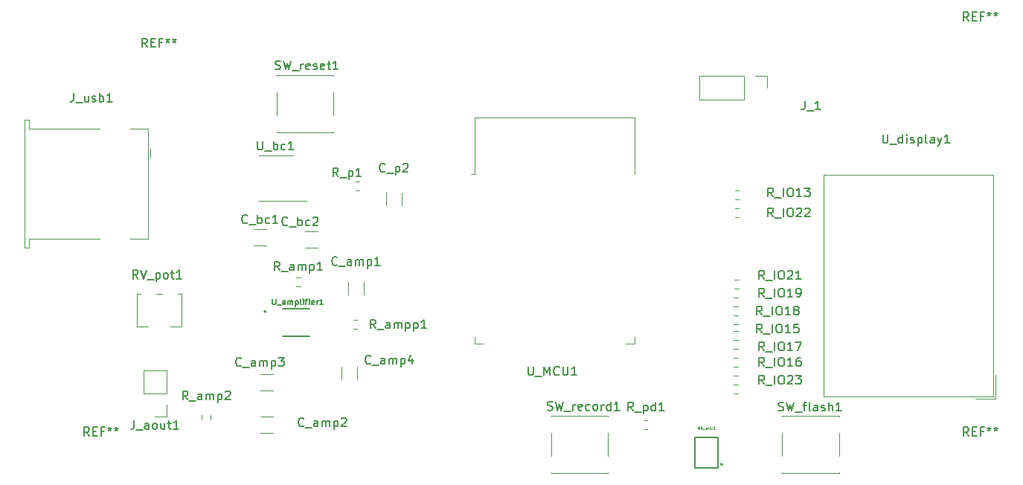
<source format=gbr>
%TF.GenerationSoftware,KiCad,Pcbnew,(6.0.0-rc1-19-g83300c0b61)*%
%TF.CreationDate,2021-11-25T18:24:14-08:00*%
%TF.ProjectId,autotunemic,6175746f-7475-46e6-956d-69632e6b6963,rev?*%
%TF.SameCoordinates,Original*%
%TF.FileFunction,Legend,Top*%
%TF.FilePolarity,Positive*%
%FSLAX46Y46*%
G04 Gerber Fmt 4.6, Leading zero omitted, Abs format (unit mm)*
G04 Created by KiCad (PCBNEW (6.0.0-rc1-19-g83300c0b61)) date 2021-11-25 18:24:14*
%MOMM*%
%LPD*%
G01*
G04 APERTURE LIST*
%ADD10C,0.150000*%
%ADD11C,0.080211*%
%ADD12C,0.120000*%
%ADD13C,0.127000*%
%ADD14C,0.200000*%
G04 APERTURE END LIST*
D10*
%TO.C,SW_record1*%
X153892761Y-146890761D02*
X154035619Y-146938380D01*
X154273714Y-146938380D01*
X154368952Y-146890761D01*
X154416571Y-146843142D01*
X154464190Y-146747904D01*
X154464190Y-146652666D01*
X154416571Y-146557428D01*
X154368952Y-146509809D01*
X154273714Y-146462190D01*
X154083238Y-146414571D01*
X153988000Y-146366952D01*
X153940380Y-146319333D01*
X153892761Y-146224095D01*
X153892761Y-146128857D01*
X153940380Y-146033619D01*
X153988000Y-145986000D01*
X154083238Y-145938380D01*
X154321333Y-145938380D01*
X154464190Y-145986000D01*
X154797523Y-145938380D02*
X155035619Y-146938380D01*
X155226095Y-146224095D01*
X155416571Y-146938380D01*
X155654666Y-145938380D01*
X155797523Y-147033619D02*
X156559428Y-147033619D01*
X156797523Y-146938380D02*
X156797523Y-146271714D01*
X156797523Y-146462190D02*
X156845142Y-146366952D01*
X156892761Y-146319333D01*
X156988000Y-146271714D01*
X157083238Y-146271714D01*
X157797523Y-146890761D02*
X157702285Y-146938380D01*
X157511809Y-146938380D01*
X157416571Y-146890761D01*
X157368952Y-146795523D01*
X157368952Y-146414571D01*
X157416571Y-146319333D01*
X157511809Y-146271714D01*
X157702285Y-146271714D01*
X157797523Y-146319333D01*
X157845142Y-146414571D01*
X157845142Y-146509809D01*
X157368952Y-146605047D01*
X158702285Y-146890761D02*
X158607047Y-146938380D01*
X158416571Y-146938380D01*
X158321333Y-146890761D01*
X158273714Y-146843142D01*
X158226095Y-146747904D01*
X158226095Y-146462190D01*
X158273714Y-146366952D01*
X158321333Y-146319333D01*
X158416571Y-146271714D01*
X158607047Y-146271714D01*
X158702285Y-146319333D01*
X159273714Y-146938380D02*
X159178476Y-146890761D01*
X159130857Y-146843142D01*
X159083238Y-146747904D01*
X159083238Y-146462190D01*
X159130857Y-146366952D01*
X159178476Y-146319333D01*
X159273714Y-146271714D01*
X159416571Y-146271714D01*
X159511809Y-146319333D01*
X159559428Y-146366952D01*
X159607047Y-146462190D01*
X159607047Y-146747904D01*
X159559428Y-146843142D01*
X159511809Y-146890761D01*
X159416571Y-146938380D01*
X159273714Y-146938380D01*
X160035619Y-146938380D02*
X160035619Y-146271714D01*
X160035619Y-146462190D02*
X160083238Y-146366952D01*
X160130857Y-146319333D01*
X160226095Y-146271714D01*
X160321333Y-146271714D01*
X161083238Y-146938380D02*
X161083238Y-145938380D01*
X161083238Y-146890761D02*
X160988000Y-146938380D01*
X160797523Y-146938380D01*
X160702285Y-146890761D01*
X160654666Y-146843142D01*
X160607047Y-146747904D01*
X160607047Y-146462190D01*
X160654666Y-146366952D01*
X160702285Y-146319333D01*
X160797523Y-146271714D01*
X160988000Y-146271714D01*
X161083238Y-146319333D01*
X162083238Y-146938380D02*
X161511809Y-146938380D01*
X161797523Y-146938380D02*
X161797523Y-145938380D01*
X161702285Y-146081238D01*
X161607047Y-146176476D01*
X161511809Y-146224095D01*
%TO.C,R_IO21*%
X178554285Y-132024380D02*
X178220952Y-131548190D01*
X177982857Y-132024380D02*
X177982857Y-131024380D01*
X178363809Y-131024380D01*
X178459047Y-131072000D01*
X178506666Y-131119619D01*
X178554285Y-131214857D01*
X178554285Y-131357714D01*
X178506666Y-131452952D01*
X178459047Y-131500571D01*
X178363809Y-131548190D01*
X177982857Y-131548190D01*
X178744761Y-132119619D02*
X179506666Y-132119619D01*
X179744761Y-132024380D02*
X179744761Y-131024380D01*
X180411428Y-131024380D02*
X180601904Y-131024380D01*
X180697142Y-131072000D01*
X180792380Y-131167238D01*
X180840000Y-131357714D01*
X180840000Y-131691047D01*
X180792380Y-131881523D01*
X180697142Y-131976761D01*
X180601904Y-132024380D01*
X180411428Y-132024380D01*
X180316190Y-131976761D01*
X180220952Y-131881523D01*
X180173333Y-131691047D01*
X180173333Y-131357714D01*
X180220952Y-131167238D01*
X180316190Y-131072000D01*
X180411428Y-131024380D01*
X181220952Y-131119619D02*
X181268571Y-131072000D01*
X181363809Y-131024380D01*
X181601904Y-131024380D01*
X181697142Y-131072000D01*
X181744761Y-131119619D01*
X181792380Y-131214857D01*
X181792380Y-131310095D01*
X181744761Y-131452952D01*
X181173333Y-132024380D01*
X181792380Y-132024380D01*
X182744761Y-132024380D02*
X182173333Y-132024380D01*
X182459047Y-132024380D02*
X182459047Y-131024380D01*
X182363809Y-131167238D01*
X182268571Y-131262476D01*
X182173333Y-131310095D01*
%TO.C,R_p1*%
X130064000Y-120340380D02*
X129730666Y-119864190D01*
X129492571Y-120340380D02*
X129492571Y-119340380D01*
X129873523Y-119340380D01*
X129968761Y-119388000D01*
X130016380Y-119435619D01*
X130064000Y-119530857D01*
X130064000Y-119673714D01*
X130016380Y-119768952D01*
X129968761Y-119816571D01*
X129873523Y-119864190D01*
X129492571Y-119864190D01*
X130254476Y-120435619D02*
X131016380Y-120435619D01*
X131254476Y-119673714D02*
X131254476Y-120673714D01*
X131254476Y-119721333D02*
X131349714Y-119673714D01*
X131540190Y-119673714D01*
X131635428Y-119721333D01*
X131683047Y-119768952D01*
X131730666Y-119864190D01*
X131730666Y-120149904D01*
X131683047Y-120245142D01*
X131635428Y-120292761D01*
X131540190Y-120340380D01*
X131349714Y-120340380D01*
X131254476Y-120292761D01*
X132683047Y-120340380D02*
X132111619Y-120340380D01*
X132397333Y-120340380D02*
X132397333Y-119340380D01*
X132302095Y-119483238D01*
X132206857Y-119578476D01*
X132111619Y-119626095D01*
%TO.C,REF\u002A\u002A*%
X108339666Y-105608380D02*
X108006333Y-105132190D01*
X107768238Y-105608380D02*
X107768238Y-104608380D01*
X108149190Y-104608380D01*
X108244428Y-104656000D01*
X108292047Y-104703619D01*
X108339666Y-104798857D01*
X108339666Y-104941714D01*
X108292047Y-105036952D01*
X108244428Y-105084571D01*
X108149190Y-105132190D01*
X107768238Y-105132190D01*
X108768238Y-105084571D02*
X109101571Y-105084571D01*
X109244428Y-105608380D02*
X108768238Y-105608380D01*
X108768238Y-104608380D01*
X109244428Y-104608380D01*
X110006333Y-105084571D02*
X109673000Y-105084571D01*
X109673000Y-105608380D02*
X109673000Y-104608380D01*
X110149190Y-104608380D01*
X110673000Y-104608380D02*
X110673000Y-104846476D01*
X110434904Y-104751238D02*
X110673000Y-104846476D01*
X110911095Y-104751238D01*
X110530142Y-105036952D02*
X110673000Y-104846476D01*
X110815857Y-105036952D01*
X111434904Y-104608380D02*
X111434904Y-104846476D01*
X111196809Y-104751238D02*
X111434904Y-104846476D01*
X111673000Y-104751238D01*
X111292047Y-105036952D02*
X111434904Y-104846476D01*
X111577761Y-105036952D01*
%TO.C,C_amp1*%
X129960952Y-130356142D02*
X129913333Y-130403761D01*
X129770476Y-130451380D01*
X129675238Y-130451380D01*
X129532380Y-130403761D01*
X129437142Y-130308523D01*
X129389523Y-130213285D01*
X129341904Y-130022809D01*
X129341904Y-129879952D01*
X129389523Y-129689476D01*
X129437142Y-129594238D01*
X129532380Y-129499000D01*
X129675238Y-129451380D01*
X129770476Y-129451380D01*
X129913333Y-129499000D01*
X129960952Y-129546619D01*
X130151428Y-130546619D02*
X130913333Y-130546619D01*
X131580000Y-130451380D02*
X131580000Y-129927571D01*
X131532380Y-129832333D01*
X131437142Y-129784714D01*
X131246666Y-129784714D01*
X131151428Y-129832333D01*
X131580000Y-130403761D02*
X131484761Y-130451380D01*
X131246666Y-130451380D01*
X131151428Y-130403761D01*
X131103809Y-130308523D01*
X131103809Y-130213285D01*
X131151428Y-130118047D01*
X131246666Y-130070428D01*
X131484761Y-130070428D01*
X131580000Y-130022809D01*
X132056190Y-130451380D02*
X132056190Y-129784714D01*
X132056190Y-129879952D02*
X132103809Y-129832333D01*
X132199047Y-129784714D01*
X132341904Y-129784714D01*
X132437142Y-129832333D01*
X132484761Y-129927571D01*
X132484761Y-130451380D01*
X132484761Y-129927571D02*
X132532380Y-129832333D01*
X132627619Y-129784714D01*
X132770476Y-129784714D01*
X132865714Y-129832333D01*
X132913333Y-129927571D01*
X132913333Y-130451380D01*
X133389523Y-129784714D02*
X133389523Y-130784714D01*
X133389523Y-129832333D02*
X133484761Y-129784714D01*
X133675238Y-129784714D01*
X133770476Y-129832333D01*
X133818095Y-129879952D01*
X133865714Y-129975190D01*
X133865714Y-130260904D01*
X133818095Y-130356142D01*
X133770476Y-130403761D01*
X133675238Y-130451380D01*
X133484761Y-130451380D01*
X133389523Y-130403761D01*
X134818095Y-130451380D02*
X134246666Y-130451380D01*
X134532380Y-130451380D02*
X134532380Y-129451380D01*
X134437142Y-129594238D01*
X134341904Y-129689476D01*
X134246666Y-129737095D01*
%TO.C,C_bc2*%
X124301428Y-125833142D02*
X124253809Y-125880761D01*
X124110952Y-125928380D01*
X124015714Y-125928380D01*
X123872857Y-125880761D01*
X123777619Y-125785523D01*
X123730000Y-125690285D01*
X123682380Y-125499809D01*
X123682380Y-125356952D01*
X123730000Y-125166476D01*
X123777619Y-125071238D01*
X123872857Y-124976000D01*
X124015714Y-124928380D01*
X124110952Y-124928380D01*
X124253809Y-124976000D01*
X124301428Y-125023619D01*
X124491904Y-126023619D02*
X125253809Y-126023619D01*
X125491904Y-125928380D02*
X125491904Y-124928380D01*
X125491904Y-125309333D02*
X125587142Y-125261714D01*
X125777619Y-125261714D01*
X125872857Y-125309333D01*
X125920476Y-125356952D01*
X125968095Y-125452190D01*
X125968095Y-125737904D01*
X125920476Y-125833142D01*
X125872857Y-125880761D01*
X125777619Y-125928380D01*
X125587142Y-125928380D01*
X125491904Y-125880761D01*
X126825238Y-125880761D02*
X126730000Y-125928380D01*
X126539523Y-125928380D01*
X126444285Y-125880761D01*
X126396666Y-125833142D01*
X126349047Y-125737904D01*
X126349047Y-125452190D01*
X126396666Y-125356952D01*
X126444285Y-125309333D01*
X126539523Y-125261714D01*
X126730000Y-125261714D01*
X126825238Y-125309333D01*
X127206190Y-125023619D02*
X127253809Y-124976000D01*
X127349047Y-124928380D01*
X127587142Y-124928380D01*
X127682380Y-124976000D01*
X127730000Y-125023619D01*
X127777619Y-125118857D01*
X127777619Y-125214095D01*
X127730000Y-125356952D01*
X127158571Y-125928380D01*
X127777619Y-125928380D01*
%TO.C,U_amplifier1*%
X122611238Y-134269519D02*
X122611238Y-134787615D01*
X122641714Y-134848567D01*
X122672190Y-134879043D01*
X122733142Y-134909519D01*
X122855047Y-134909519D01*
X122916000Y-134879043D01*
X122946476Y-134848567D01*
X122976952Y-134787615D01*
X122976952Y-134269519D01*
X123129333Y-134970472D02*
X123616952Y-134970472D01*
X124043619Y-134909519D02*
X124043619Y-134574281D01*
X124013142Y-134513329D01*
X123952190Y-134482853D01*
X123830285Y-134482853D01*
X123769333Y-134513329D01*
X124043619Y-134879043D02*
X123982666Y-134909519D01*
X123830285Y-134909519D01*
X123769333Y-134879043D01*
X123738857Y-134818091D01*
X123738857Y-134757138D01*
X123769333Y-134696186D01*
X123830285Y-134665710D01*
X123982666Y-134665710D01*
X124043619Y-134635234D01*
X124348380Y-134909519D02*
X124348380Y-134482853D01*
X124348380Y-134543805D02*
X124378857Y-134513329D01*
X124439809Y-134482853D01*
X124531238Y-134482853D01*
X124592190Y-134513329D01*
X124622666Y-134574281D01*
X124622666Y-134909519D01*
X124622666Y-134574281D02*
X124653142Y-134513329D01*
X124714095Y-134482853D01*
X124805523Y-134482853D01*
X124866476Y-134513329D01*
X124896952Y-134574281D01*
X124896952Y-134909519D01*
X125201714Y-134482853D02*
X125201714Y-135122853D01*
X125201714Y-134513329D02*
X125262666Y-134482853D01*
X125384571Y-134482853D01*
X125445523Y-134513329D01*
X125476000Y-134543805D01*
X125506476Y-134604757D01*
X125506476Y-134787615D01*
X125476000Y-134848567D01*
X125445523Y-134879043D01*
X125384571Y-134909519D01*
X125262666Y-134909519D01*
X125201714Y-134879043D01*
X125872190Y-134909519D02*
X125811238Y-134879043D01*
X125780761Y-134818091D01*
X125780761Y-134269519D01*
X126116000Y-134909519D02*
X126116000Y-134482853D01*
X126116000Y-134269519D02*
X126085523Y-134299996D01*
X126116000Y-134330472D01*
X126146476Y-134299996D01*
X126116000Y-134269519D01*
X126116000Y-134330472D01*
X126329333Y-134482853D02*
X126573142Y-134482853D01*
X126420761Y-134909519D02*
X126420761Y-134360948D01*
X126451238Y-134299996D01*
X126512190Y-134269519D01*
X126573142Y-134269519D01*
X126786476Y-134909519D02*
X126786476Y-134482853D01*
X126786476Y-134269519D02*
X126756000Y-134299996D01*
X126786476Y-134330472D01*
X126816952Y-134299996D01*
X126786476Y-134269519D01*
X126786476Y-134330472D01*
X127335047Y-134879043D02*
X127274095Y-134909519D01*
X127152190Y-134909519D01*
X127091238Y-134879043D01*
X127060761Y-134818091D01*
X127060761Y-134574281D01*
X127091238Y-134513329D01*
X127152190Y-134482853D01*
X127274095Y-134482853D01*
X127335047Y-134513329D01*
X127365523Y-134574281D01*
X127365523Y-134635234D01*
X127060761Y-134696186D01*
X127639809Y-134909519D02*
X127639809Y-134482853D01*
X127639809Y-134604757D02*
X127670285Y-134543805D01*
X127700761Y-134513329D01*
X127761714Y-134482853D01*
X127822666Y-134482853D01*
X128371238Y-134909519D02*
X128005523Y-134909519D01*
X128188380Y-134909519D02*
X128188380Y-134269519D01*
X128127428Y-134360948D01*
X128066476Y-134421900D01*
X128005523Y-134452376D01*
%TO.C,C_bc1*%
X119729428Y-125579142D02*
X119681809Y-125626761D01*
X119538952Y-125674380D01*
X119443714Y-125674380D01*
X119300857Y-125626761D01*
X119205619Y-125531523D01*
X119158000Y-125436285D01*
X119110380Y-125245809D01*
X119110380Y-125102952D01*
X119158000Y-124912476D01*
X119205619Y-124817238D01*
X119300857Y-124722000D01*
X119443714Y-124674380D01*
X119538952Y-124674380D01*
X119681809Y-124722000D01*
X119729428Y-124769619D01*
X119919904Y-125769619D02*
X120681809Y-125769619D01*
X120919904Y-125674380D02*
X120919904Y-124674380D01*
X120919904Y-125055333D02*
X121015142Y-125007714D01*
X121205619Y-125007714D01*
X121300857Y-125055333D01*
X121348476Y-125102952D01*
X121396095Y-125198190D01*
X121396095Y-125483904D01*
X121348476Y-125579142D01*
X121300857Y-125626761D01*
X121205619Y-125674380D01*
X121015142Y-125674380D01*
X120919904Y-125626761D01*
X122253238Y-125626761D02*
X122158000Y-125674380D01*
X121967523Y-125674380D01*
X121872285Y-125626761D01*
X121824666Y-125579142D01*
X121777047Y-125483904D01*
X121777047Y-125198190D01*
X121824666Y-125102952D01*
X121872285Y-125055333D01*
X121967523Y-125007714D01*
X122158000Y-125007714D01*
X122253238Y-125055333D01*
X123205619Y-125674380D02*
X122634190Y-125674380D01*
X122919904Y-125674380D02*
X122919904Y-124674380D01*
X122824666Y-124817238D01*
X122729428Y-124912476D01*
X122634190Y-124960095D01*
%TO.C,J_usb1*%
X99967190Y-110831380D02*
X99967190Y-111545666D01*
X99919571Y-111688523D01*
X99824333Y-111783761D01*
X99681476Y-111831380D01*
X99586238Y-111831380D01*
X100205285Y-111926619D02*
X100967190Y-111926619D01*
X101633857Y-111164714D02*
X101633857Y-111831380D01*
X101205285Y-111164714D02*
X101205285Y-111688523D01*
X101252904Y-111783761D01*
X101348142Y-111831380D01*
X101491000Y-111831380D01*
X101586238Y-111783761D01*
X101633857Y-111736142D01*
X102062428Y-111783761D02*
X102157666Y-111831380D01*
X102348142Y-111831380D01*
X102443380Y-111783761D01*
X102491000Y-111688523D01*
X102491000Y-111640904D01*
X102443380Y-111545666D01*
X102348142Y-111498047D01*
X102205285Y-111498047D01*
X102110047Y-111450428D01*
X102062428Y-111355190D01*
X102062428Y-111307571D01*
X102110047Y-111212333D01*
X102205285Y-111164714D01*
X102348142Y-111164714D01*
X102443380Y-111212333D01*
X102919571Y-111831380D02*
X102919571Y-110831380D01*
X102919571Y-111212333D02*
X103014809Y-111164714D01*
X103205285Y-111164714D01*
X103300523Y-111212333D01*
X103348142Y-111259952D01*
X103395761Y-111355190D01*
X103395761Y-111640904D01*
X103348142Y-111736142D01*
X103300523Y-111783761D01*
X103205285Y-111831380D01*
X103014809Y-111831380D01*
X102919571Y-111783761D01*
X104348142Y-111831380D02*
X103776714Y-111831380D01*
X104062428Y-111831380D02*
X104062428Y-110831380D01*
X103967190Y-110974238D01*
X103871952Y-111069476D01*
X103776714Y-111117095D01*
%TO.C,R_ampp1*%
X134334571Y-137612380D02*
X134001238Y-137136190D01*
X133763142Y-137612380D02*
X133763142Y-136612380D01*
X134144095Y-136612380D01*
X134239333Y-136660000D01*
X134286952Y-136707619D01*
X134334571Y-136802857D01*
X134334571Y-136945714D01*
X134286952Y-137040952D01*
X134239333Y-137088571D01*
X134144095Y-137136190D01*
X133763142Y-137136190D01*
X134525047Y-137707619D02*
X135286952Y-137707619D01*
X135953619Y-137612380D02*
X135953619Y-137088571D01*
X135906000Y-136993333D01*
X135810761Y-136945714D01*
X135620285Y-136945714D01*
X135525047Y-136993333D01*
X135953619Y-137564761D02*
X135858380Y-137612380D01*
X135620285Y-137612380D01*
X135525047Y-137564761D01*
X135477428Y-137469523D01*
X135477428Y-137374285D01*
X135525047Y-137279047D01*
X135620285Y-137231428D01*
X135858380Y-137231428D01*
X135953619Y-137183809D01*
X136429809Y-137612380D02*
X136429809Y-136945714D01*
X136429809Y-137040952D02*
X136477428Y-136993333D01*
X136572666Y-136945714D01*
X136715523Y-136945714D01*
X136810761Y-136993333D01*
X136858380Y-137088571D01*
X136858380Y-137612380D01*
X136858380Y-137088571D02*
X136906000Y-136993333D01*
X137001238Y-136945714D01*
X137144095Y-136945714D01*
X137239333Y-136993333D01*
X137286952Y-137088571D01*
X137286952Y-137612380D01*
X137763142Y-136945714D02*
X137763142Y-137945714D01*
X137763142Y-136993333D02*
X137858380Y-136945714D01*
X138048857Y-136945714D01*
X138144095Y-136993333D01*
X138191714Y-137040952D01*
X138239333Y-137136190D01*
X138239333Y-137421904D01*
X138191714Y-137517142D01*
X138144095Y-137564761D01*
X138048857Y-137612380D01*
X137858380Y-137612380D01*
X137763142Y-137564761D01*
X138667904Y-136945714D02*
X138667904Y-137945714D01*
X138667904Y-136993333D02*
X138763142Y-136945714D01*
X138953619Y-136945714D01*
X139048857Y-136993333D01*
X139096476Y-137040952D01*
X139144095Y-137136190D01*
X139144095Y-137421904D01*
X139096476Y-137517142D01*
X139048857Y-137564761D01*
X138953619Y-137612380D01*
X138763142Y-137612380D01*
X138667904Y-137564761D01*
X140096476Y-137612380D02*
X139525047Y-137612380D01*
X139810761Y-137612380D02*
X139810761Y-136612380D01*
X139715523Y-136755238D01*
X139620285Y-136850476D01*
X139525047Y-136898095D01*
%TO.C,C_amp3*%
X119038952Y-141835142D02*
X118991333Y-141882761D01*
X118848476Y-141930380D01*
X118753238Y-141930380D01*
X118610380Y-141882761D01*
X118515142Y-141787523D01*
X118467523Y-141692285D01*
X118419904Y-141501809D01*
X118419904Y-141358952D01*
X118467523Y-141168476D01*
X118515142Y-141073238D01*
X118610380Y-140978000D01*
X118753238Y-140930380D01*
X118848476Y-140930380D01*
X118991333Y-140978000D01*
X119038952Y-141025619D01*
X119229428Y-142025619D02*
X119991333Y-142025619D01*
X120658000Y-141930380D02*
X120658000Y-141406571D01*
X120610380Y-141311333D01*
X120515142Y-141263714D01*
X120324666Y-141263714D01*
X120229428Y-141311333D01*
X120658000Y-141882761D02*
X120562761Y-141930380D01*
X120324666Y-141930380D01*
X120229428Y-141882761D01*
X120181809Y-141787523D01*
X120181809Y-141692285D01*
X120229428Y-141597047D01*
X120324666Y-141549428D01*
X120562761Y-141549428D01*
X120658000Y-141501809D01*
X121134190Y-141930380D02*
X121134190Y-141263714D01*
X121134190Y-141358952D02*
X121181809Y-141311333D01*
X121277047Y-141263714D01*
X121419904Y-141263714D01*
X121515142Y-141311333D01*
X121562761Y-141406571D01*
X121562761Y-141930380D01*
X121562761Y-141406571D02*
X121610380Y-141311333D01*
X121705619Y-141263714D01*
X121848476Y-141263714D01*
X121943714Y-141311333D01*
X121991333Y-141406571D01*
X121991333Y-141930380D01*
X122467523Y-141263714D02*
X122467523Y-142263714D01*
X122467523Y-141311333D02*
X122562761Y-141263714D01*
X122753238Y-141263714D01*
X122848476Y-141311333D01*
X122896095Y-141358952D01*
X122943714Y-141454190D01*
X122943714Y-141739904D01*
X122896095Y-141835142D01*
X122848476Y-141882761D01*
X122753238Y-141930380D01*
X122562761Y-141930380D01*
X122467523Y-141882761D01*
X123277047Y-140930380D02*
X123896095Y-140930380D01*
X123562761Y-141311333D01*
X123705619Y-141311333D01*
X123800857Y-141358952D01*
X123848476Y-141406571D01*
X123896095Y-141501809D01*
X123896095Y-141739904D01*
X123848476Y-141835142D01*
X123800857Y-141882761D01*
X123705619Y-141930380D01*
X123419904Y-141930380D01*
X123324666Y-141882761D01*
X123277047Y-141835142D01*
%TO.C,C_p2*%
X135398000Y-119737142D02*
X135350380Y-119784761D01*
X135207523Y-119832380D01*
X135112285Y-119832380D01*
X134969428Y-119784761D01*
X134874190Y-119689523D01*
X134826571Y-119594285D01*
X134778952Y-119403809D01*
X134778952Y-119260952D01*
X134826571Y-119070476D01*
X134874190Y-118975238D01*
X134969428Y-118880000D01*
X135112285Y-118832380D01*
X135207523Y-118832380D01*
X135350380Y-118880000D01*
X135398000Y-118927619D01*
X135588476Y-119927619D02*
X136350380Y-119927619D01*
X136588476Y-119165714D02*
X136588476Y-120165714D01*
X136588476Y-119213333D02*
X136683714Y-119165714D01*
X136874190Y-119165714D01*
X136969428Y-119213333D01*
X137017047Y-119260952D01*
X137064666Y-119356190D01*
X137064666Y-119641904D01*
X137017047Y-119737142D01*
X136969428Y-119784761D01*
X136874190Y-119832380D01*
X136683714Y-119832380D01*
X136588476Y-119784761D01*
X137445619Y-118927619D02*
X137493238Y-118880000D01*
X137588476Y-118832380D01*
X137826571Y-118832380D01*
X137921809Y-118880000D01*
X137969428Y-118927619D01*
X138017047Y-119022857D01*
X138017047Y-119118095D01*
X137969428Y-119260952D01*
X137398000Y-119832380D01*
X138017047Y-119832380D01*
%TO.C,R_IO22*%
X179570285Y-124912380D02*
X179236952Y-124436190D01*
X178998857Y-124912380D02*
X178998857Y-123912380D01*
X179379809Y-123912380D01*
X179475047Y-123960000D01*
X179522666Y-124007619D01*
X179570285Y-124102857D01*
X179570285Y-124245714D01*
X179522666Y-124340952D01*
X179475047Y-124388571D01*
X179379809Y-124436190D01*
X178998857Y-124436190D01*
X179760761Y-125007619D02*
X180522666Y-125007619D01*
X180760761Y-124912380D02*
X180760761Y-123912380D01*
X181427428Y-123912380D02*
X181617904Y-123912380D01*
X181713142Y-123960000D01*
X181808380Y-124055238D01*
X181856000Y-124245714D01*
X181856000Y-124579047D01*
X181808380Y-124769523D01*
X181713142Y-124864761D01*
X181617904Y-124912380D01*
X181427428Y-124912380D01*
X181332190Y-124864761D01*
X181236952Y-124769523D01*
X181189333Y-124579047D01*
X181189333Y-124245714D01*
X181236952Y-124055238D01*
X181332190Y-123960000D01*
X181427428Y-123912380D01*
X182236952Y-124007619D02*
X182284571Y-123960000D01*
X182379809Y-123912380D01*
X182617904Y-123912380D01*
X182713142Y-123960000D01*
X182760761Y-124007619D01*
X182808380Y-124102857D01*
X182808380Y-124198095D01*
X182760761Y-124340952D01*
X182189333Y-124912380D01*
X182808380Y-124912380D01*
X183189333Y-124007619D02*
X183236952Y-123960000D01*
X183332190Y-123912380D01*
X183570285Y-123912380D01*
X183665523Y-123960000D01*
X183713142Y-124007619D01*
X183760761Y-124102857D01*
X183760761Y-124198095D01*
X183713142Y-124340952D01*
X183141714Y-124912380D01*
X183760761Y-124912380D01*
%TO.C,REF\u002A\u002A*%
X201811666Y-102632380D02*
X201478333Y-102156190D01*
X201240238Y-102632380D02*
X201240238Y-101632380D01*
X201621190Y-101632380D01*
X201716428Y-101680000D01*
X201764047Y-101727619D01*
X201811666Y-101822857D01*
X201811666Y-101965714D01*
X201764047Y-102060952D01*
X201716428Y-102108571D01*
X201621190Y-102156190D01*
X201240238Y-102156190D01*
X202240238Y-102108571D02*
X202573571Y-102108571D01*
X202716428Y-102632380D02*
X202240238Y-102632380D01*
X202240238Y-101632380D01*
X202716428Y-101632380D01*
X203478333Y-102108571D02*
X203145000Y-102108571D01*
X203145000Y-102632380D02*
X203145000Y-101632380D01*
X203621190Y-101632380D01*
X204145000Y-101632380D02*
X204145000Y-101870476D01*
X203906904Y-101775238D02*
X204145000Y-101870476D01*
X204383095Y-101775238D01*
X204002142Y-102060952D02*
X204145000Y-101870476D01*
X204287857Y-102060952D01*
X204906904Y-101632380D02*
X204906904Y-101870476D01*
X204668809Y-101775238D02*
X204906904Y-101870476D01*
X205145000Y-101775238D01*
X204764047Y-102060952D02*
X204906904Y-101870476D01*
X205049761Y-102060952D01*
%TO.C,R_IO13*%
X179570285Y-122626380D02*
X179236952Y-122150190D01*
X178998857Y-122626380D02*
X178998857Y-121626380D01*
X179379809Y-121626380D01*
X179475047Y-121674000D01*
X179522666Y-121721619D01*
X179570285Y-121816857D01*
X179570285Y-121959714D01*
X179522666Y-122054952D01*
X179475047Y-122102571D01*
X179379809Y-122150190D01*
X178998857Y-122150190D01*
X179760761Y-122721619D02*
X180522666Y-122721619D01*
X180760761Y-122626380D02*
X180760761Y-121626380D01*
X181427428Y-121626380D02*
X181617904Y-121626380D01*
X181713142Y-121674000D01*
X181808380Y-121769238D01*
X181856000Y-121959714D01*
X181856000Y-122293047D01*
X181808380Y-122483523D01*
X181713142Y-122578761D01*
X181617904Y-122626380D01*
X181427428Y-122626380D01*
X181332190Y-122578761D01*
X181236952Y-122483523D01*
X181189333Y-122293047D01*
X181189333Y-121959714D01*
X181236952Y-121769238D01*
X181332190Y-121674000D01*
X181427428Y-121626380D01*
X182808380Y-122626380D02*
X182236952Y-122626380D01*
X182522666Y-122626380D02*
X182522666Y-121626380D01*
X182427428Y-121769238D01*
X182332190Y-121864476D01*
X182236952Y-121912095D01*
X183141714Y-121626380D02*
X183760761Y-121626380D01*
X183427428Y-122007333D01*
X183570285Y-122007333D01*
X183665523Y-122054952D01*
X183713142Y-122102571D01*
X183760761Y-122197809D01*
X183760761Y-122435904D01*
X183713142Y-122531142D01*
X183665523Y-122578761D01*
X183570285Y-122626380D01*
X183284571Y-122626380D01*
X183189333Y-122578761D01*
X183141714Y-122531142D01*
%TO.C,R_IO19*%
X178554285Y-134056380D02*
X178220952Y-133580190D01*
X177982857Y-134056380D02*
X177982857Y-133056380D01*
X178363809Y-133056380D01*
X178459047Y-133104000D01*
X178506666Y-133151619D01*
X178554285Y-133246857D01*
X178554285Y-133389714D01*
X178506666Y-133484952D01*
X178459047Y-133532571D01*
X178363809Y-133580190D01*
X177982857Y-133580190D01*
X178744761Y-134151619D02*
X179506666Y-134151619D01*
X179744761Y-134056380D02*
X179744761Y-133056380D01*
X180411428Y-133056380D02*
X180601904Y-133056380D01*
X180697142Y-133104000D01*
X180792380Y-133199238D01*
X180840000Y-133389714D01*
X180840000Y-133723047D01*
X180792380Y-133913523D01*
X180697142Y-134008761D01*
X180601904Y-134056380D01*
X180411428Y-134056380D01*
X180316190Y-134008761D01*
X180220952Y-133913523D01*
X180173333Y-133723047D01*
X180173333Y-133389714D01*
X180220952Y-133199238D01*
X180316190Y-133104000D01*
X180411428Y-133056380D01*
X181792380Y-134056380D02*
X181220952Y-134056380D01*
X181506666Y-134056380D02*
X181506666Y-133056380D01*
X181411428Y-133199238D01*
X181316190Y-133294476D01*
X181220952Y-133342095D01*
X182268571Y-134056380D02*
X182459047Y-134056380D01*
X182554285Y-134008761D01*
X182601904Y-133961142D01*
X182697142Y-133818285D01*
X182744761Y-133627809D01*
X182744761Y-133246857D01*
X182697142Y-133151619D01*
X182649523Y-133104000D01*
X182554285Y-133056380D01*
X182363809Y-133056380D01*
X182268571Y-133104000D01*
X182220952Y-133151619D01*
X182173333Y-133246857D01*
X182173333Y-133484952D01*
X182220952Y-133580190D01*
X182268571Y-133627809D01*
X182363809Y-133675428D01*
X182554285Y-133675428D01*
X182649523Y-133627809D01*
X182697142Y-133580190D01*
X182744761Y-133484952D01*
%TO.C,R_IO17*%
X178554285Y-140152380D02*
X178220952Y-139676190D01*
X177982857Y-140152380D02*
X177982857Y-139152380D01*
X178363809Y-139152380D01*
X178459047Y-139200000D01*
X178506666Y-139247619D01*
X178554285Y-139342857D01*
X178554285Y-139485714D01*
X178506666Y-139580952D01*
X178459047Y-139628571D01*
X178363809Y-139676190D01*
X177982857Y-139676190D01*
X178744761Y-140247619D02*
X179506666Y-140247619D01*
X179744761Y-140152380D02*
X179744761Y-139152380D01*
X180411428Y-139152380D02*
X180601904Y-139152380D01*
X180697142Y-139200000D01*
X180792380Y-139295238D01*
X180840000Y-139485714D01*
X180840000Y-139819047D01*
X180792380Y-140009523D01*
X180697142Y-140104761D01*
X180601904Y-140152380D01*
X180411428Y-140152380D01*
X180316190Y-140104761D01*
X180220952Y-140009523D01*
X180173333Y-139819047D01*
X180173333Y-139485714D01*
X180220952Y-139295238D01*
X180316190Y-139200000D01*
X180411428Y-139152380D01*
X181792380Y-140152380D02*
X181220952Y-140152380D01*
X181506666Y-140152380D02*
X181506666Y-139152380D01*
X181411428Y-139295238D01*
X181316190Y-139390476D01*
X181220952Y-139438095D01*
X182125714Y-139152380D02*
X182792380Y-139152380D01*
X182363809Y-140152380D01*
D11*
%TO.C,MK_mic1*%
X170987834Y-149102142D02*
X170987834Y-148781300D01*
X171094782Y-149010473D01*
X171201729Y-148781300D01*
X171201729Y-149102142D01*
X171354511Y-149102142D02*
X171354511Y-148781300D01*
X171537849Y-149102142D02*
X171400346Y-148918804D01*
X171537849Y-148781300D02*
X171354511Y-148964639D01*
X171598962Y-149132699D02*
X171843413Y-149132699D01*
X171919804Y-149102142D02*
X171919804Y-148888248D01*
X171919804Y-148918804D02*
X171935082Y-148903526D01*
X171965639Y-148888248D01*
X172011473Y-148888248D01*
X172042030Y-148903526D01*
X172057308Y-148934082D01*
X172057308Y-149102142D01*
X172057308Y-148934082D02*
X172072586Y-148903526D01*
X172103142Y-148888248D01*
X172148977Y-148888248D01*
X172179533Y-148903526D01*
X172194811Y-148934082D01*
X172194811Y-149102142D01*
X172347593Y-149102142D02*
X172347593Y-148888248D01*
X172347593Y-148781300D02*
X172332315Y-148796579D01*
X172347593Y-148811857D01*
X172362872Y-148796579D01*
X172347593Y-148781300D01*
X172347593Y-148811857D01*
X172637879Y-149086864D02*
X172607323Y-149102142D01*
X172546210Y-149102142D01*
X172515653Y-149086864D01*
X172500375Y-149071586D01*
X172485097Y-149041030D01*
X172485097Y-148949360D01*
X172500375Y-148918804D01*
X172515653Y-148903526D01*
X172546210Y-148888248D01*
X172607323Y-148888248D01*
X172637879Y-148903526D01*
X172943443Y-149102142D02*
X172760105Y-149102142D01*
X172851774Y-149102142D02*
X172851774Y-148781300D01*
X172821217Y-148827135D01*
X172790661Y-148857691D01*
X172760105Y-148872969D01*
D10*
%TO.C,U_display1*%
X192048285Y-115530380D02*
X192048285Y-116339904D01*
X192095904Y-116435142D01*
X192143523Y-116482761D01*
X192238761Y-116530380D01*
X192429238Y-116530380D01*
X192524476Y-116482761D01*
X192572095Y-116435142D01*
X192619714Y-116339904D01*
X192619714Y-115530380D01*
X192857809Y-116625619D02*
X193619714Y-116625619D01*
X194286380Y-116530380D02*
X194286380Y-115530380D01*
X194286380Y-116482761D02*
X194191142Y-116530380D01*
X194000666Y-116530380D01*
X193905428Y-116482761D01*
X193857809Y-116435142D01*
X193810190Y-116339904D01*
X193810190Y-116054190D01*
X193857809Y-115958952D01*
X193905428Y-115911333D01*
X194000666Y-115863714D01*
X194191142Y-115863714D01*
X194286380Y-115911333D01*
X194762571Y-116530380D02*
X194762571Y-115863714D01*
X194762571Y-115530380D02*
X194714952Y-115578000D01*
X194762571Y-115625619D01*
X194810190Y-115578000D01*
X194762571Y-115530380D01*
X194762571Y-115625619D01*
X195191142Y-116482761D02*
X195286380Y-116530380D01*
X195476857Y-116530380D01*
X195572095Y-116482761D01*
X195619714Y-116387523D01*
X195619714Y-116339904D01*
X195572095Y-116244666D01*
X195476857Y-116197047D01*
X195334000Y-116197047D01*
X195238761Y-116149428D01*
X195191142Y-116054190D01*
X195191142Y-116006571D01*
X195238761Y-115911333D01*
X195334000Y-115863714D01*
X195476857Y-115863714D01*
X195572095Y-115911333D01*
X196048285Y-115863714D02*
X196048285Y-116863714D01*
X196048285Y-115911333D02*
X196143523Y-115863714D01*
X196334000Y-115863714D01*
X196429238Y-115911333D01*
X196476857Y-115958952D01*
X196524476Y-116054190D01*
X196524476Y-116339904D01*
X196476857Y-116435142D01*
X196429238Y-116482761D01*
X196334000Y-116530380D01*
X196143523Y-116530380D01*
X196048285Y-116482761D01*
X197095904Y-116530380D02*
X197000666Y-116482761D01*
X196953047Y-116387523D01*
X196953047Y-115530380D01*
X197905428Y-116530380D02*
X197905428Y-116006571D01*
X197857809Y-115911333D01*
X197762571Y-115863714D01*
X197572095Y-115863714D01*
X197476857Y-115911333D01*
X197905428Y-116482761D02*
X197810190Y-116530380D01*
X197572095Y-116530380D01*
X197476857Y-116482761D01*
X197429238Y-116387523D01*
X197429238Y-116292285D01*
X197476857Y-116197047D01*
X197572095Y-116149428D01*
X197810190Y-116149428D01*
X197905428Y-116101809D01*
X198286380Y-115863714D02*
X198524476Y-116530380D01*
X198762571Y-115863714D02*
X198524476Y-116530380D01*
X198429238Y-116768476D01*
X198381619Y-116816095D01*
X198286380Y-116863714D01*
X199667333Y-116530380D02*
X199095904Y-116530380D01*
X199381619Y-116530380D02*
X199381619Y-115530380D01*
X199286380Y-115673238D01*
X199191142Y-115768476D01*
X199095904Y-115816095D01*
%TO.C,REF\u002A\u002A*%
X201811666Y-149876380D02*
X201478333Y-149400190D01*
X201240238Y-149876380D02*
X201240238Y-148876380D01*
X201621190Y-148876380D01*
X201716428Y-148924000D01*
X201764047Y-148971619D01*
X201811666Y-149066857D01*
X201811666Y-149209714D01*
X201764047Y-149304952D01*
X201716428Y-149352571D01*
X201621190Y-149400190D01*
X201240238Y-149400190D01*
X202240238Y-149352571D02*
X202573571Y-149352571D01*
X202716428Y-149876380D02*
X202240238Y-149876380D01*
X202240238Y-148876380D01*
X202716428Y-148876380D01*
X203478333Y-149352571D02*
X203145000Y-149352571D01*
X203145000Y-149876380D02*
X203145000Y-148876380D01*
X203621190Y-148876380D01*
X204145000Y-148876380D02*
X204145000Y-149114476D01*
X203906904Y-149019238D02*
X204145000Y-149114476D01*
X204383095Y-149019238D01*
X204002142Y-149304952D02*
X204145000Y-149114476D01*
X204287857Y-149304952D01*
X204906904Y-148876380D02*
X204906904Y-149114476D01*
X204668809Y-149019238D02*
X204906904Y-149114476D01*
X205145000Y-149019238D01*
X204764047Y-149304952D02*
X204906904Y-149114476D01*
X205049761Y-149304952D01*
%TO.C,RV_pot1*%
X107287333Y-131950380D02*
X106954000Y-131474190D01*
X106715904Y-131950380D02*
X106715904Y-130950380D01*
X107096857Y-130950380D01*
X107192095Y-130998000D01*
X107239714Y-131045619D01*
X107287333Y-131140857D01*
X107287333Y-131283714D01*
X107239714Y-131378952D01*
X107192095Y-131426571D01*
X107096857Y-131474190D01*
X106715904Y-131474190D01*
X107573047Y-130950380D02*
X107906380Y-131950380D01*
X108239714Y-130950380D01*
X108334952Y-132045619D02*
X109096857Y-132045619D01*
X109334952Y-131283714D02*
X109334952Y-132283714D01*
X109334952Y-131331333D02*
X109430190Y-131283714D01*
X109620666Y-131283714D01*
X109715904Y-131331333D01*
X109763523Y-131378952D01*
X109811142Y-131474190D01*
X109811142Y-131759904D01*
X109763523Y-131855142D01*
X109715904Y-131902761D01*
X109620666Y-131950380D01*
X109430190Y-131950380D01*
X109334952Y-131902761D01*
X110382571Y-131950380D02*
X110287333Y-131902761D01*
X110239714Y-131855142D01*
X110192095Y-131759904D01*
X110192095Y-131474190D01*
X110239714Y-131378952D01*
X110287333Y-131331333D01*
X110382571Y-131283714D01*
X110525428Y-131283714D01*
X110620666Y-131331333D01*
X110668285Y-131378952D01*
X110715904Y-131474190D01*
X110715904Y-131759904D01*
X110668285Y-131855142D01*
X110620666Y-131902761D01*
X110525428Y-131950380D01*
X110382571Y-131950380D01*
X111001619Y-131283714D02*
X111382571Y-131283714D01*
X111144476Y-130950380D02*
X111144476Y-131807523D01*
X111192095Y-131902761D01*
X111287333Y-131950380D01*
X111382571Y-131950380D01*
X112239714Y-131950380D02*
X111668285Y-131950380D01*
X111954000Y-131950380D02*
X111954000Y-130950380D01*
X111858761Y-131093238D01*
X111763523Y-131188476D01*
X111668285Y-131236095D01*
%TO.C,J_aout1*%
X106862857Y-148086380D02*
X106862857Y-148800666D01*
X106815238Y-148943523D01*
X106720000Y-149038761D01*
X106577142Y-149086380D01*
X106481904Y-149086380D01*
X107100952Y-149181619D02*
X107862857Y-149181619D01*
X108529523Y-149086380D02*
X108529523Y-148562571D01*
X108481904Y-148467333D01*
X108386666Y-148419714D01*
X108196190Y-148419714D01*
X108100952Y-148467333D01*
X108529523Y-149038761D02*
X108434285Y-149086380D01*
X108196190Y-149086380D01*
X108100952Y-149038761D01*
X108053333Y-148943523D01*
X108053333Y-148848285D01*
X108100952Y-148753047D01*
X108196190Y-148705428D01*
X108434285Y-148705428D01*
X108529523Y-148657809D01*
X109148571Y-149086380D02*
X109053333Y-149038761D01*
X109005714Y-148991142D01*
X108958095Y-148895904D01*
X108958095Y-148610190D01*
X109005714Y-148514952D01*
X109053333Y-148467333D01*
X109148571Y-148419714D01*
X109291428Y-148419714D01*
X109386666Y-148467333D01*
X109434285Y-148514952D01*
X109481904Y-148610190D01*
X109481904Y-148895904D01*
X109434285Y-148991142D01*
X109386666Y-149038761D01*
X109291428Y-149086380D01*
X109148571Y-149086380D01*
X110339047Y-148419714D02*
X110339047Y-149086380D01*
X109910476Y-148419714D02*
X109910476Y-148943523D01*
X109958095Y-149038761D01*
X110053333Y-149086380D01*
X110196190Y-149086380D01*
X110291428Y-149038761D01*
X110339047Y-148991142D01*
X110672380Y-148419714D02*
X111053333Y-148419714D01*
X110815238Y-148086380D02*
X110815238Y-148943523D01*
X110862857Y-149038761D01*
X110958095Y-149086380D01*
X111053333Y-149086380D01*
X111910476Y-149086380D02*
X111339047Y-149086380D01*
X111624761Y-149086380D02*
X111624761Y-148086380D01*
X111529523Y-148229238D01*
X111434285Y-148324476D01*
X111339047Y-148372095D01*
%TO.C,R_IO16*%
X178554285Y-141930380D02*
X178220952Y-141454190D01*
X177982857Y-141930380D02*
X177982857Y-140930380D01*
X178363809Y-140930380D01*
X178459047Y-140978000D01*
X178506666Y-141025619D01*
X178554285Y-141120857D01*
X178554285Y-141263714D01*
X178506666Y-141358952D01*
X178459047Y-141406571D01*
X178363809Y-141454190D01*
X177982857Y-141454190D01*
X178744761Y-142025619D02*
X179506666Y-142025619D01*
X179744761Y-141930380D02*
X179744761Y-140930380D01*
X180411428Y-140930380D02*
X180601904Y-140930380D01*
X180697142Y-140978000D01*
X180792380Y-141073238D01*
X180840000Y-141263714D01*
X180840000Y-141597047D01*
X180792380Y-141787523D01*
X180697142Y-141882761D01*
X180601904Y-141930380D01*
X180411428Y-141930380D01*
X180316190Y-141882761D01*
X180220952Y-141787523D01*
X180173333Y-141597047D01*
X180173333Y-141263714D01*
X180220952Y-141073238D01*
X180316190Y-140978000D01*
X180411428Y-140930380D01*
X181792380Y-141930380D02*
X181220952Y-141930380D01*
X181506666Y-141930380D02*
X181506666Y-140930380D01*
X181411428Y-141073238D01*
X181316190Y-141168476D01*
X181220952Y-141216095D01*
X182649523Y-140930380D02*
X182459047Y-140930380D01*
X182363809Y-140978000D01*
X182316190Y-141025619D01*
X182220952Y-141168476D01*
X182173333Y-141358952D01*
X182173333Y-141739904D01*
X182220952Y-141835142D01*
X182268571Y-141882761D01*
X182363809Y-141930380D01*
X182554285Y-141930380D01*
X182649523Y-141882761D01*
X182697142Y-141835142D01*
X182744761Y-141739904D01*
X182744761Y-141501809D01*
X182697142Y-141406571D01*
X182649523Y-141358952D01*
X182554285Y-141311333D01*
X182363809Y-141311333D01*
X182268571Y-141358952D01*
X182220952Y-141406571D01*
X182173333Y-141501809D01*
%TO.C,R_IO18*%
X178300285Y-136088380D02*
X177966952Y-135612190D01*
X177728857Y-136088380D02*
X177728857Y-135088380D01*
X178109809Y-135088380D01*
X178205047Y-135136000D01*
X178252666Y-135183619D01*
X178300285Y-135278857D01*
X178300285Y-135421714D01*
X178252666Y-135516952D01*
X178205047Y-135564571D01*
X178109809Y-135612190D01*
X177728857Y-135612190D01*
X178490761Y-136183619D02*
X179252666Y-136183619D01*
X179490761Y-136088380D02*
X179490761Y-135088380D01*
X180157428Y-135088380D02*
X180347904Y-135088380D01*
X180443142Y-135136000D01*
X180538380Y-135231238D01*
X180586000Y-135421714D01*
X180586000Y-135755047D01*
X180538380Y-135945523D01*
X180443142Y-136040761D01*
X180347904Y-136088380D01*
X180157428Y-136088380D01*
X180062190Y-136040761D01*
X179966952Y-135945523D01*
X179919333Y-135755047D01*
X179919333Y-135421714D01*
X179966952Y-135231238D01*
X180062190Y-135136000D01*
X180157428Y-135088380D01*
X181538380Y-136088380D02*
X180966952Y-136088380D01*
X181252666Y-136088380D02*
X181252666Y-135088380D01*
X181157428Y-135231238D01*
X181062190Y-135326476D01*
X180966952Y-135374095D01*
X182109809Y-135516952D02*
X182014571Y-135469333D01*
X181966952Y-135421714D01*
X181919333Y-135326476D01*
X181919333Y-135278857D01*
X181966952Y-135183619D01*
X182014571Y-135136000D01*
X182109809Y-135088380D01*
X182300285Y-135088380D01*
X182395523Y-135136000D01*
X182443142Y-135183619D01*
X182490761Y-135278857D01*
X182490761Y-135326476D01*
X182443142Y-135421714D01*
X182395523Y-135469333D01*
X182300285Y-135516952D01*
X182109809Y-135516952D01*
X182014571Y-135564571D01*
X181966952Y-135612190D01*
X181919333Y-135707428D01*
X181919333Y-135897904D01*
X181966952Y-135993142D01*
X182014571Y-136040761D01*
X182109809Y-136088380D01*
X182300285Y-136088380D01*
X182395523Y-136040761D01*
X182443142Y-135993142D01*
X182490761Y-135897904D01*
X182490761Y-135707428D01*
X182443142Y-135612190D01*
X182395523Y-135564571D01*
X182300285Y-135516952D01*
%TO.C,C_amp2*%
X126150952Y-148693142D02*
X126103333Y-148740761D01*
X125960476Y-148788380D01*
X125865238Y-148788380D01*
X125722380Y-148740761D01*
X125627142Y-148645523D01*
X125579523Y-148550285D01*
X125531904Y-148359809D01*
X125531904Y-148216952D01*
X125579523Y-148026476D01*
X125627142Y-147931238D01*
X125722380Y-147836000D01*
X125865238Y-147788380D01*
X125960476Y-147788380D01*
X126103333Y-147836000D01*
X126150952Y-147883619D01*
X126341428Y-148883619D02*
X127103333Y-148883619D01*
X127770000Y-148788380D02*
X127770000Y-148264571D01*
X127722380Y-148169333D01*
X127627142Y-148121714D01*
X127436666Y-148121714D01*
X127341428Y-148169333D01*
X127770000Y-148740761D02*
X127674761Y-148788380D01*
X127436666Y-148788380D01*
X127341428Y-148740761D01*
X127293809Y-148645523D01*
X127293809Y-148550285D01*
X127341428Y-148455047D01*
X127436666Y-148407428D01*
X127674761Y-148407428D01*
X127770000Y-148359809D01*
X128246190Y-148788380D02*
X128246190Y-148121714D01*
X128246190Y-148216952D02*
X128293809Y-148169333D01*
X128389047Y-148121714D01*
X128531904Y-148121714D01*
X128627142Y-148169333D01*
X128674761Y-148264571D01*
X128674761Y-148788380D01*
X128674761Y-148264571D02*
X128722380Y-148169333D01*
X128817619Y-148121714D01*
X128960476Y-148121714D01*
X129055714Y-148169333D01*
X129103333Y-148264571D01*
X129103333Y-148788380D01*
X129579523Y-148121714D02*
X129579523Y-149121714D01*
X129579523Y-148169333D02*
X129674761Y-148121714D01*
X129865238Y-148121714D01*
X129960476Y-148169333D01*
X130008095Y-148216952D01*
X130055714Y-148312190D01*
X130055714Y-148597904D01*
X130008095Y-148693142D01*
X129960476Y-148740761D01*
X129865238Y-148788380D01*
X129674761Y-148788380D01*
X129579523Y-148740761D01*
X130436666Y-147883619D02*
X130484285Y-147836000D01*
X130579523Y-147788380D01*
X130817619Y-147788380D01*
X130912857Y-147836000D01*
X130960476Y-147883619D01*
X131008095Y-147978857D01*
X131008095Y-148074095D01*
X130960476Y-148216952D01*
X130389047Y-148788380D01*
X131008095Y-148788380D01*
%TO.C,R_pd1*%
X163647619Y-147010380D02*
X163314285Y-146534190D01*
X163076190Y-147010380D02*
X163076190Y-146010380D01*
X163457142Y-146010380D01*
X163552380Y-146058000D01*
X163600000Y-146105619D01*
X163647619Y-146200857D01*
X163647619Y-146343714D01*
X163600000Y-146438952D01*
X163552380Y-146486571D01*
X163457142Y-146534190D01*
X163076190Y-146534190D01*
X163838095Y-147105619D02*
X164600000Y-147105619D01*
X164838095Y-146343714D02*
X164838095Y-147343714D01*
X164838095Y-146391333D02*
X164933333Y-146343714D01*
X165123809Y-146343714D01*
X165219047Y-146391333D01*
X165266666Y-146438952D01*
X165314285Y-146534190D01*
X165314285Y-146819904D01*
X165266666Y-146915142D01*
X165219047Y-146962761D01*
X165123809Y-147010380D01*
X164933333Y-147010380D01*
X164838095Y-146962761D01*
X166171428Y-147010380D02*
X166171428Y-146010380D01*
X166171428Y-146962761D02*
X166076190Y-147010380D01*
X165885714Y-147010380D01*
X165790476Y-146962761D01*
X165742857Y-146915142D01*
X165695238Y-146819904D01*
X165695238Y-146534190D01*
X165742857Y-146438952D01*
X165790476Y-146391333D01*
X165885714Y-146343714D01*
X166076190Y-146343714D01*
X166171428Y-146391333D01*
X167171428Y-147010380D02*
X166600000Y-147010380D01*
X166885714Y-147010380D02*
X166885714Y-146010380D01*
X166790476Y-146153238D01*
X166695238Y-146248476D01*
X166600000Y-146296095D01*
%TO.C,C_amp4*%
X133770952Y-141581142D02*
X133723333Y-141628761D01*
X133580476Y-141676380D01*
X133485238Y-141676380D01*
X133342380Y-141628761D01*
X133247142Y-141533523D01*
X133199523Y-141438285D01*
X133151904Y-141247809D01*
X133151904Y-141104952D01*
X133199523Y-140914476D01*
X133247142Y-140819238D01*
X133342380Y-140724000D01*
X133485238Y-140676380D01*
X133580476Y-140676380D01*
X133723333Y-140724000D01*
X133770952Y-140771619D01*
X133961428Y-141771619D02*
X134723333Y-141771619D01*
X135390000Y-141676380D02*
X135390000Y-141152571D01*
X135342380Y-141057333D01*
X135247142Y-141009714D01*
X135056666Y-141009714D01*
X134961428Y-141057333D01*
X135390000Y-141628761D02*
X135294761Y-141676380D01*
X135056666Y-141676380D01*
X134961428Y-141628761D01*
X134913809Y-141533523D01*
X134913809Y-141438285D01*
X134961428Y-141343047D01*
X135056666Y-141295428D01*
X135294761Y-141295428D01*
X135390000Y-141247809D01*
X135866190Y-141676380D02*
X135866190Y-141009714D01*
X135866190Y-141104952D02*
X135913809Y-141057333D01*
X136009047Y-141009714D01*
X136151904Y-141009714D01*
X136247142Y-141057333D01*
X136294761Y-141152571D01*
X136294761Y-141676380D01*
X136294761Y-141152571D02*
X136342380Y-141057333D01*
X136437619Y-141009714D01*
X136580476Y-141009714D01*
X136675714Y-141057333D01*
X136723333Y-141152571D01*
X136723333Y-141676380D01*
X137199523Y-141009714D02*
X137199523Y-142009714D01*
X137199523Y-141057333D02*
X137294761Y-141009714D01*
X137485238Y-141009714D01*
X137580476Y-141057333D01*
X137628095Y-141104952D01*
X137675714Y-141200190D01*
X137675714Y-141485904D01*
X137628095Y-141581142D01*
X137580476Y-141628761D01*
X137485238Y-141676380D01*
X137294761Y-141676380D01*
X137199523Y-141628761D01*
X138532857Y-141009714D02*
X138532857Y-141676380D01*
X138294761Y-140628761D02*
X138056666Y-141343047D01*
X138675714Y-141343047D01*
%TO.C,R_IO15*%
X178300285Y-138120380D02*
X177966952Y-137644190D01*
X177728857Y-138120380D02*
X177728857Y-137120380D01*
X178109809Y-137120380D01*
X178205047Y-137168000D01*
X178252666Y-137215619D01*
X178300285Y-137310857D01*
X178300285Y-137453714D01*
X178252666Y-137548952D01*
X178205047Y-137596571D01*
X178109809Y-137644190D01*
X177728857Y-137644190D01*
X178490761Y-138215619D02*
X179252666Y-138215619D01*
X179490761Y-138120380D02*
X179490761Y-137120380D01*
X180157428Y-137120380D02*
X180347904Y-137120380D01*
X180443142Y-137168000D01*
X180538380Y-137263238D01*
X180586000Y-137453714D01*
X180586000Y-137787047D01*
X180538380Y-137977523D01*
X180443142Y-138072761D01*
X180347904Y-138120380D01*
X180157428Y-138120380D01*
X180062190Y-138072761D01*
X179966952Y-137977523D01*
X179919333Y-137787047D01*
X179919333Y-137453714D01*
X179966952Y-137263238D01*
X180062190Y-137168000D01*
X180157428Y-137120380D01*
X181538380Y-138120380D02*
X180966952Y-138120380D01*
X181252666Y-138120380D02*
X181252666Y-137120380D01*
X181157428Y-137263238D01*
X181062190Y-137358476D01*
X180966952Y-137406095D01*
X182443142Y-137120380D02*
X181966952Y-137120380D01*
X181919333Y-137596571D01*
X181966952Y-137548952D01*
X182062190Y-137501333D01*
X182300285Y-137501333D01*
X182395523Y-137548952D01*
X182443142Y-137596571D01*
X182490761Y-137691809D01*
X182490761Y-137929904D01*
X182443142Y-138025142D01*
X182395523Y-138072761D01*
X182300285Y-138120380D01*
X182062190Y-138120380D01*
X181966952Y-138072761D01*
X181919333Y-138025142D01*
%TO.C,REF\u002A\u002A*%
X101735666Y-149876380D02*
X101402333Y-149400190D01*
X101164238Y-149876380D02*
X101164238Y-148876380D01*
X101545190Y-148876380D01*
X101640428Y-148924000D01*
X101688047Y-148971619D01*
X101735666Y-149066857D01*
X101735666Y-149209714D01*
X101688047Y-149304952D01*
X101640428Y-149352571D01*
X101545190Y-149400190D01*
X101164238Y-149400190D01*
X102164238Y-149352571D02*
X102497571Y-149352571D01*
X102640428Y-149876380D02*
X102164238Y-149876380D01*
X102164238Y-148876380D01*
X102640428Y-148876380D01*
X103402333Y-149352571D02*
X103069000Y-149352571D01*
X103069000Y-149876380D02*
X103069000Y-148876380D01*
X103545190Y-148876380D01*
X104069000Y-148876380D02*
X104069000Y-149114476D01*
X103830904Y-149019238D02*
X104069000Y-149114476D01*
X104307095Y-149019238D01*
X103926142Y-149304952D02*
X104069000Y-149114476D01*
X104211857Y-149304952D01*
X104830904Y-148876380D02*
X104830904Y-149114476D01*
X104592809Y-149019238D02*
X104830904Y-149114476D01*
X105069000Y-149019238D01*
X104688047Y-149304952D02*
X104830904Y-149114476D01*
X104973761Y-149304952D01*
%TO.C,U_MCU1*%
X151693904Y-141946380D02*
X151693904Y-142755904D01*
X151741523Y-142851142D01*
X151789142Y-142898761D01*
X151884380Y-142946380D01*
X152074857Y-142946380D01*
X152170095Y-142898761D01*
X152217714Y-142851142D01*
X152265333Y-142755904D01*
X152265333Y-141946380D01*
X152503428Y-143041619D02*
X153265333Y-143041619D01*
X153503428Y-142946380D02*
X153503428Y-141946380D01*
X153836761Y-142660666D01*
X154170095Y-141946380D01*
X154170095Y-142946380D01*
X155217714Y-142851142D02*
X155170095Y-142898761D01*
X155027238Y-142946380D01*
X154932000Y-142946380D01*
X154789142Y-142898761D01*
X154693904Y-142803523D01*
X154646285Y-142708285D01*
X154598666Y-142517809D01*
X154598666Y-142374952D01*
X154646285Y-142184476D01*
X154693904Y-142089238D01*
X154789142Y-141994000D01*
X154932000Y-141946380D01*
X155027238Y-141946380D01*
X155170095Y-141994000D01*
X155217714Y-142041619D01*
X155646285Y-141946380D02*
X155646285Y-142755904D01*
X155693904Y-142851142D01*
X155741523Y-142898761D01*
X155836761Y-142946380D01*
X156027238Y-142946380D01*
X156122476Y-142898761D01*
X156170095Y-142851142D01*
X156217714Y-142755904D01*
X156217714Y-141946380D01*
X157217714Y-142946380D02*
X156646285Y-142946380D01*
X156932000Y-142946380D02*
X156932000Y-141946380D01*
X156836761Y-142089238D01*
X156741523Y-142184476D01*
X156646285Y-142232095D01*
%TO.C,J_1*%
X183181714Y-111720380D02*
X183181714Y-112434666D01*
X183134095Y-112577523D01*
X183038857Y-112672761D01*
X182896000Y-112720380D01*
X182800761Y-112720380D01*
X183419809Y-112815619D02*
X184181714Y-112815619D01*
X184943619Y-112720380D02*
X184372190Y-112720380D01*
X184657904Y-112720380D02*
X184657904Y-111720380D01*
X184562666Y-111863238D01*
X184467428Y-111958476D01*
X184372190Y-112006095D01*
%TO.C,SW_flash1*%
X180185571Y-146962761D02*
X180328428Y-147010380D01*
X180566523Y-147010380D01*
X180661761Y-146962761D01*
X180709380Y-146915142D01*
X180757000Y-146819904D01*
X180757000Y-146724666D01*
X180709380Y-146629428D01*
X180661761Y-146581809D01*
X180566523Y-146534190D01*
X180376047Y-146486571D01*
X180280809Y-146438952D01*
X180233190Y-146391333D01*
X180185571Y-146296095D01*
X180185571Y-146200857D01*
X180233190Y-146105619D01*
X180280809Y-146058000D01*
X180376047Y-146010380D01*
X180614142Y-146010380D01*
X180757000Y-146058000D01*
X181090333Y-146010380D02*
X181328428Y-147010380D01*
X181518904Y-146296095D01*
X181709380Y-147010380D01*
X181947476Y-146010380D01*
X182090333Y-147105619D02*
X182852238Y-147105619D01*
X182947476Y-146343714D02*
X183328428Y-146343714D01*
X183090333Y-147010380D02*
X183090333Y-146153238D01*
X183137952Y-146058000D01*
X183233190Y-146010380D01*
X183328428Y-146010380D01*
X183804619Y-147010380D02*
X183709380Y-146962761D01*
X183661761Y-146867523D01*
X183661761Y-146010380D01*
X184614142Y-147010380D02*
X184614142Y-146486571D01*
X184566523Y-146391333D01*
X184471285Y-146343714D01*
X184280809Y-146343714D01*
X184185571Y-146391333D01*
X184614142Y-146962761D02*
X184518904Y-147010380D01*
X184280809Y-147010380D01*
X184185571Y-146962761D01*
X184137952Y-146867523D01*
X184137952Y-146772285D01*
X184185571Y-146677047D01*
X184280809Y-146629428D01*
X184518904Y-146629428D01*
X184614142Y-146581809D01*
X185042714Y-146962761D02*
X185137952Y-147010380D01*
X185328428Y-147010380D01*
X185423666Y-146962761D01*
X185471285Y-146867523D01*
X185471285Y-146819904D01*
X185423666Y-146724666D01*
X185328428Y-146677047D01*
X185185571Y-146677047D01*
X185090333Y-146629428D01*
X185042714Y-146534190D01*
X185042714Y-146486571D01*
X185090333Y-146391333D01*
X185185571Y-146343714D01*
X185328428Y-146343714D01*
X185423666Y-146391333D01*
X185899857Y-147010380D02*
X185899857Y-146010380D01*
X186328428Y-147010380D02*
X186328428Y-146486571D01*
X186280809Y-146391333D01*
X186185571Y-146343714D01*
X186042714Y-146343714D01*
X185947476Y-146391333D01*
X185899857Y-146438952D01*
X187328428Y-147010380D02*
X186757000Y-147010380D01*
X187042714Y-147010380D02*
X187042714Y-146010380D01*
X186947476Y-146153238D01*
X186852238Y-146248476D01*
X186757000Y-146296095D01*
%TO.C,SW_reset1*%
X122920571Y-108100761D02*
X123063428Y-108148380D01*
X123301523Y-108148380D01*
X123396761Y-108100761D01*
X123444380Y-108053142D01*
X123492000Y-107957904D01*
X123492000Y-107862666D01*
X123444380Y-107767428D01*
X123396761Y-107719809D01*
X123301523Y-107672190D01*
X123111047Y-107624571D01*
X123015809Y-107576952D01*
X122968190Y-107529333D01*
X122920571Y-107434095D01*
X122920571Y-107338857D01*
X122968190Y-107243619D01*
X123015809Y-107196000D01*
X123111047Y-107148380D01*
X123349142Y-107148380D01*
X123492000Y-107196000D01*
X123825333Y-107148380D02*
X124063428Y-108148380D01*
X124253904Y-107434095D01*
X124444380Y-108148380D01*
X124682476Y-107148380D01*
X124825333Y-108243619D02*
X125587238Y-108243619D01*
X125825333Y-108148380D02*
X125825333Y-107481714D01*
X125825333Y-107672190D02*
X125872952Y-107576952D01*
X125920571Y-107529333D01*
X126015809Y-107481714D01*
X126111047Y-107481714D01*
X126825333Y-108100761D02*
X126730095Y-108148380D01*
X126539619Y-108148380D01*
X126444380Y-108100761D01*
X126396761Y-108005523D01*
X126396761Y-107624571D01*
X126444380Y-107529333D01*
X126539619Y-107481714D01*
X126730095Y-107481714D01*
X126825333Y-107529333D01*
X126872952Y-107624571D01*
X126872952Y-107719809D01*
X126396761Y-107815047D01*
X127253904Y-108100761D02*
X127349142Y-108148380D01*
X127539619Y-108148380D01*
X127634857Y-108100761D01*
X127682476Y-108005523D01*
X127682476Y-107957904D01*
X127634857Y-107862666D01*
X127539619Y-107815047D01*
X127396761Y-107815047D01*
X127301523Y-107767428D01*
X127253904Y-107672190D01*
X127253904Y-107624571D01*
X127301523Y-107529333D01*
X127396761Y-107481714D01*
X127539619Y-107481714D01*
X127634857Y-107529333D01*
X128492000Y-108100761D02*
X128396761Y-108148380D01*
X128206285Y-108148380D01*
X128111047Y-108100761D01*
X128063428Y-108005523D01*
X128063428Y-107624571D01*
X128111047Y-107529333D01*
X128206285Y-107481714D01*
X128396761Y-107481714D01*
X128492000Y-107529333D01*
X128539619Y-107624571D01*
X128539619Y-107719809D01*
X128063428Y-107815047D01*
X128825333Y-107481714D02*
X129206285Y-107481714D01*
X128968190Y-107148380D02*
X128968190Y-108005523D01*
X129015809Y-108100761D01*
X129111047Y-108148380D01*
X129206285Y-108148380D01*
X130063428Y-108148380D02*
X129492000Y-108148380D01*
X129777714Y-108148380D02*
X129777714Y-107148380D01*
X129682476Y-107291238D01*
X129587238Y-107386476D01*
X129492000Y-107434095D01*
%TO.C,R_amp2*%
X112942952Y-145740380D02*
X112609619Y-145264190D01*
X112371523Y-145740380D02*
X112371523Y-144740380D01*
X112752476Y-144740380D01*
X112847714Y-144788000D01*
X112895333Y-144835619D01*
X112942952Y-144930857D01*
X112942952Y-145073714D01*
X112895333Y-145168952D01*
X112847714Y-145216571D01*
X112752476Y-145264190D01*
X112371523Y-145264190D01*
X113133428Y-145835619D02*
X113895333Y-145835619D01*
X114562000Y-145740380D02*
X114562000Y-145216571D01*
X114514380Y-145121333D01*
X114419142Y-145073714D01*
X114228666Y-145073714D01*
X114133428Y-145121333D01*
X114562000Y-145692761D02*
X114466761Y-145740380D01*
X114228666Y-145740380D01*
X114133428Y-145692761D01*
X114085809Y-145597523D01*
X114085809Y-145502285D01*
X114133428Y-145407047D01*
X114228666Y-145359428D01*
X114466761Y-145359428D01*
X114562000Y-145311809D01*
X115038190Y-145740380D02*
X115038190Y-145073714D01*
X115038190Y-145168952D02*
X115085809Y-145121333D01*
X115181047Y-145073714D01*
X115323904Y-145073714D01*
X115419142Y-145121333D01*
X115466761Y-145216571D01*
X115466761Y-145740380D01*
X115466761Y-145216571D02*
X115514380Y-145121333D01*
X115609619Y-145073714D01*
X115752476Y-145073714D01*
X115847714Y-145121333D01*
X115895333Y-145216571D01*
X115895333Y-145740380D01*
X116371523Y-145073714D02*
X116371523Y-146073714D01*
X116371523Y-145121333D02*
X116466761Y-145073714D01*
X116657238Y-145073714D01*
X116752476Y-145121333D01*
X116800095Y-145168952D01*
X116847714Y-145264190D01*
X116847714Y-145549904D01*
X116800095Y-145645142D01*
X116752476Y-145692761D01*
X116657238Y-145740380D01*
X116466761Y-145740380D01*
X116371523Y-145692761D01*
X117228666Y-144835619D02*
X117276285Y-144788000D01*
X117371523Y-144740380D01*
X117609619Y-144740380D01*
X117704857Y-144788000D01*
X117752476Y-144835619D01*
X117800095Y-144930857D01*
X117800095Y-145026095D01*
X117752476Y-145168952D01*
X117181047Y-145740380D01*
X117800095Y-145740380D01*
%TO.C,R_amp1*%
X123419952Y-131008380D02*
X123086619Y-130532190D01*
X122848523Y-131008380D02*
X122848523Y-130008380D01*
X123229476Y-130008380D01*
X123324714Y-130056000D01*
X123372333Y-130103619D01*
X123419952Y-130198857D01*
X123419952Y-130341714D01*
X123372333Y-130436952D01*
X123324714Y-130484571D01*
X123229476Y-130532190D01*
X122848523Y-130532190D01*
X123610428Y-131103619D02*
X124372333Y-131103619D01*
X125039000Y-131008380D02*
X125039000Y-130484571D01*
X124991380Y-130389333D01*
X124896142Y-130341714D01*
X124705666Y-130341714D01*
X124610428Y-130389333D01*
X125039000Y-130960761D02*
X124943761Y-131008380D01*
X124705666Y-131008380D01*
X124610428Y-130960761D01*
X124562809Y-130865523D01*
X124562809Y-130770285D01*
X124610428Y-130675047D01*
X124705666Y-130627428D01*
X124943761Y-130627428D01*
X125039000Y-130579809D01*
X125515190Y-131008380D02*
X125515190Y-130341714D01*
X125515190Y-130436952D02*
X125562809Y-130389333D01*
X125658047Y-130341714D01*
X125800904Y-130341714D01*
X125896142Y-130389333D01*
X125943761Y-130484571D01*
X125943761Y-131008380D01*
X125943761Y-130484571D02*
X125991380Y-130389333D01*
X126086619Y-130341714D01*
X126229476Y-130341714D01*
X126324714Y-130389333D01*
X126372333Y-130484571D01*
X126372333Y-131008380D01*
X126848523Y-130341714D02*
X126848523Y-131341714D01*
X126848523Y-130389333D02*
X126943761Y-130341714D01*
X127134238Y-130341714D01*
X127229476Y-130389333D01*
X127277095Y-130436952D01*
X127324714Y-130532190D01*
X127324714Y-130817904D01*
X127277095Y-130913142D01*
X127229476Y-130960761D01*
X127134238Y-131008380D01*
X126943761Y-131008380D01*
X126848523Y-130960761D01*
X128277095Y-131008380D02*
X127705666Y-131008380D01*
X127991380Y-131008380D02*
X127991380Y-130008380D01*
X127896142Y-130151238D01*
X127800904Y-130246476D01*
X127705666Y-130294095D01*
%TO.C,U_bc1*%
X120912190Y-116292380D02*
X120912190Y-117101904D01*
X120959809Y-117197142D01*
X121007428Y-117244761D01*
X121102666Y-117292380D01*
X121293142Y-117292380D01*
X121388380Y-117244761D01*
X121436000Y-117197142D01*
X121483619Y-117101904D01*
X121483619Y-116292380D01*
X121721714Y-117387619D02*
X122483619Y-117387619D01*
X122721714Y-117292380D02*
X122721714Y-116292380D01*
X122721714Y-116673333D02*
X122816952Y-116625714D01*
X123007428Y-116625714D01*
X123102666Y-116673333D01*
X123150285Y-116720952D01*
X123197904Y-116816190D01*
X123197904Y-117101904D01*
X123150285Y-117197142D01*
X123102666Y-117244761D01*
X123007428Y-117292380D01*
X122816952Y-117292380D01*
X122721714Y-117244761D01*
X124055047Y-117244761D02*
X123959809Y-117292380D01*
X123769333Y-117292380D01*
X123674095Y-117244761D01*
X123626476Y-117197142D01*
X123578857Y-117101904D01*
X123578857Y-116816190D01*
X123626476Y-116720952D01*
X123674095Y-116673333D01*
X123769333Y-116625714D01*
X123959809Y-116625714D01*
X124055047Y-116673333D01*
X125007428Y-117292380D02*
X124436000Y-117292380D01*
X124721714Y-117292380D02*
X124721714Y-116292380D01*
X124626476Y-116435238D01*
X124531238Y-116530476D01*
X124436000Y-116578095D01*
%TO.C,R_IO23*%
X178554285Y-143962380D02*
X178220952Y-143486190D01*
X177982857Y-143962380D02*
X177982857Y-142962380D01*
X178363809Y-142962380D01*
X178459047Y-143010000D01*
X178506666Y-143057619D01*
X178554285Y-143152857D01*
X178554285Y-143295714D01*
X178506666Y-143390952D01*
X178459047Y-143438571D01*
X178363809Y-143486190D01*
X177982857Y-143486190D01*
X178744761Y-144057619D02*
X179506666Y-144057619D01*
X179744761Y-143962380D02*
X179744761Y-142962380D01*
X180411428Y-142962380D02*
X180601904Y-142962380D01*
X180697142Y-143010000D01*
X180792380Y-143105238D01*
X180840000Y-143295714D01*
X180840000Y-143629047D01*
X180792380Y-143819523D01*
X180697142Y-143914761D01*
X180601904Y-143962380D01*
X180411428Y-143962380D01*
X180316190Y-143914761D01*
X180220952Y-143819523D01*
X180173333Y-143629047D01*
X180173333Y-143295714D01*
X180220952Y-143105238D01*
X180316190Y-143010000D01*
X180411428Y-142962380D01*
X181220952Y-143057619D02*
X181268571Y-143010000D01*
X181363809Y-142962380D01*
X181601904Y-142962380D01*
X181697142Y-143010000D01*
X181744761Y-143057619D01*
X181792380Y-143152857D01*
X181792380Y-143248095D01*
X181744761Y-143390952D01*
X181173333Y-143962380D01*
X181792380Y-143962380D01*
X182125714Y-142962380D02*
X182744761Y-142962380D01*
X182411428Y-143343333D01*
X182554285Y-143343333D01*
X182649523Y-143390952D01*
X182697142Y-143438571D01*
X182744761Y-143533809D01*
X182744761Y-143771904D01*
X182697142Y-143867142D01*
X182649523Y-143914761D01*
X182554285Y-143962380D01*
X182268571Y-143962380D01*
X182173333Y-143914761D01*
X182125714Y-143867142D01*
D12*
%TO.C,SW_record1*%
X154334000Y-147610000D02*
X154334000Y-147640000D01*
X160794000Y-147610000D02*
X160794000Y-147640000D01*
X160794000Y-154040000D02*
X160794000Y-154070000D01*
X160794000Y-147610000D02*
X154334000Y-147610000D01*
X154334000Y-152140000D02*
X154334000Y-149540000D01*
X154334000Y-154070000D02*
X154334000Y-154040000D01*
X160794000Y-152140000D02*
X160794000Y-149540000D01*
X160794000Y-154070000D02*
X154334000Y-154070000D01*
%TO.C,R_IO21*%
X175625258Y-133110500D02*
X175150742Y-133110500D01*
X175625258Y-132065500D02*
X175150742Y-132065500D01*
%TO.C,R_p1*%
X132033742Y-121934500D02*
X132508258Y-121934500D01*
X132033742Y-120889500D02*
X132508258Y-120889500D01*
%TO.C,C_amp1*%
X132990000Y-133758252D02*
X132990000Y-132335748D01*
X131170000Y-133758252D02*
X131170000Y-132335748D01*
%TO.C,C_bc2*%
X127760252Y-128418000D02*
X126337748Y-128418000D01*
X127760252Y-126598000D02*
X126337748Y-126598000D01*
D13*
%TO.C,U_amplifier1*%
X123776000Y-135411996D02*
X126776000Y-135411996D01*
X123776000Y-138481996D02*
X126776000Y-138481996D01*
D14*
X121856000Y-135691996D02*
G75*
G03*
X121856000Y-135691996I-100000J0D01*
G01*
D12*
%TO.C,C_bc1*%
X120495748Y-128164000D02*
X121918252Y-128164000D01*
X120495748Y-126344000D02*
X121918252Y-126344000D01*
%TO.C,J_usb1*%
X94418000Y-113908000D02*
X94418000Y-128408000D01*
X94918000Y-127408000D02*
X102918000Y-127408000D01*
X94918000Y-114908000D02*
X94918000Y-113908000D01*
X94418000Y-128408000D02*
X94918000Y-128408000D01*
X94918000Y-113908000D02*
X94418000Y-113908000D01*
X94918000Y-128408000D02*
X94918000Y-127408000D01*
X108418000Y-127408000D02*
X108418000Y-114908000D01*
X106418000Y-127408000D02*
X108418000Y-127408000D01*
X108418000Y-114908000D02*
X106418000Y-114908000D01*
X102918000Y-114908000D02*
X94918000Y-114908000D01*
X108668000Y-117158000D02*
X108668000Y-118158000D01*
%TO.C,R_ampp1*%
X132254258Y-136637500D02*
X131779742Y-136637500D01*
X132254258Y-137682500D02*
X131779742Y-137682500D01*
%TO.C,C_amp3*%
X121257748Y-142854000D02*
X122680252Y-142854000D01*
X121257748Y-144674000D02*
X122680252Y-144674000D01*
%TO.C,C_p2*%
X135488000Y-122175748D02*
X135488000Y-123598252D01*
X137308000Y-122175748D02*
X137308000Y-123598252D01*
%TO.C,R_IO22*%
X175688258Y-123937500D02*
X175213742Y-123937500D01*
X175688258Y-124982500D02*
X175213742Y-124982500D01*
%TO.C,R_IO13*%
X175688258Y-121905500D02*
X175213742Y-121905500D01*
X175688258Y-122950500D02*
X175213742Y-122950500D01*
%TO.C,R_IO19*%
X175562258Y-135142500D02*
X175087742Y-135142500D01*
X175562258Y-134097500D02*
X175087742Y-134097500D01*
%TO.C,R_IO17*%
X175562258Y-139939500D02*
X175087742Y-139939500D01*
X175562258Y-140984500D02*
X175087742Y-140984500D01*
D13*
%TO.C,MK_mic1*%
X173283000Y-150001000D02*
X170633000Y-150001000D01*
X173283000Y-153501000D02*
X173283000Y-150001000D01*
X170633000Y-153501000D02*
X173283000Y-153501000D01*
X170633000Y-150001000D02*
X170633000Y-153501000D01*
D14*
X173795500Y-153101000D02*
G75*
G03*
X173795500Y-153101000I-100000J0D01*
G01*
D12*
%TO.C,U_display1*%
X204889500Y-145639500D02*
X202609500Y-145639500D01*
X185344500Y-145389500D02*
X185344500Y-120139500D01*
X185344500Y-120139500D02*
X204634500Y-120139500D01*
X204889500Y-145639500D02*
X204889500Y-142929500D01*
X204634500Y-145389500D02*
X185344500Y-145389500D01*
X204634500Y-120139500D02*
X204634500Y-145389500D01*
%TO.C,RV_pot1*%
X111848000Y-133692000D02*
X112228000Y-133692000D01*
X109348000Y-133692000D02*
X110068000Y-133692000D01*
X112228000Y-133692000D02*
X112228000Y-137432000D01*
X110948000Y-137432000D02*
X112228000Y-137432000D01*
X107188000Y-133692000D02*
X107568000Y-133692000D01*
X107188000Y-137432000D02*
X108468000Y-137432000D01*
X107188000Y-133692000D02*
X107188000Y-137432000D01*
%TO.C,J_aout1*%
X107890000Y-145034000D02*
X107890000Y-142434000D01*
X110550000Y-145034000D02*
X107890000Y-145034000D01*
X110550000Y-145034000D02*
X110550000Y-142434000D01*
X110550000Y-146304000D02*
X110550000Y-147634000D01*
X110550000Y-142434000D02*
X107890000Y-142434000D01*
X110550000Y-147634000D02*
X109220000Y-147634000D01*
%TO.C,R_IO16*%
X175562258Y-143016500D02*
X175087742Y-143016500D01*
X175562258Y-141971500D02*
X175087742Y-141971500D01*
%TO.C,R_IO18*%
X175562258Y-136129500D02*
X175087742Y-136129500D01*
X175562258Y-137174500D02*
X175087742Y-137174500D01*
%TO.C,C_amp2*%
X122680252Y-149500000D02*
X121257748Y-149500000D01*
X122680252Y-147680000D02*
X121257748Y-147680000D01*
%TO.C,R_pd1*%
X164799742Y-149112500D02*
X165274258Y-149112500D01*
X164799742Y-148067500D02*
X165274258Y-148067500D01*
%TO.C,C_amp4*%
X132228000Y-141987748D02*
X132228000Y-143410252D01*
X130408000Y-141987748D02*
X130408000Y-143410252D01*
%TO.C,R_IO15*%
X175562258Y-138952500D02*
X175087742Y-138952500D01*
X175562258Y-137907500D02*
X175087742Y-137907500D01*
%TO.C,U_MCU1*%
X163810000Y-138590000D02*
X163810000Y-139370000D01*
X145570000Y-120045000D02*
X145190000Y-120045000D01*
X163810000Y-139370000D02*
X162810000Y-139370000D01*
X145570000Y-138590000D02*
X145570000Y-139370000D01*
X145570000Y-113625000D02*
X163810000Y-113625000D01*
X145570000Y-139370000D02*
X146570000Y-139370000D01*
X163810000Y-113625000D02*
X163810000Y-120045000D01*
X145570000Y-113625000D02*
X145570000Y-120045000D01*
%TO.C,J_1*%
X176276000Y-108906000D02*
X176276000Y-111566000D01*
X177546000Y-108906000D02*
X178876000Y-108906000D01*
X176276000Y-111566000D02*
X171136000Y-111566000D01*
X178876000Y-108906000D02*
X178876000Y-110236000D01*
X176276000Y-108906000D02*
X171136000Y-108906000D01*
X171136000Y-108906000D02*
X171136000Y-111566000D01*
%TO.C,SW_flash1*%
X187071000Y-154070000D02*
X187071000Y-154040000D01*
X180611000Y-147640000D02*
X180611000Y-147610000D01*
X180611000Y-149540000D02*
X180611000Y-152140000D01*
X187071000Y-149540000D02*
X187071000Y-152140000D01*
X180611000Y-154070000D02*
X180611000Y-154040000D01*
X180611000Y-147610000D02*
X187071000Y-147610000D01*
X187071000Y-147610000D02*
X187071000Y-147640000D01*
X180611000Y-154070000D02*
X187071000Y-154070000D01*
%TO.C,SW_reset1*%
X129552000Y-113350000D02*
X129552000Y-110750000D01*
X129552000Y-108820000D02*
X129552000Y-108850000D01*
X129552000Y-115280000D02*
X123092000Y-115280000D01*
X123092000Y-108820000D02*
X123092000Y-108850000D01*
X123092000Y-115280000D02*
X123092000Y-115250000D01*
X129552000Y-115250000D02*
X129552000Y-115280000D01*
X123092000Y-113350000D02*
X123092000Y-110750000D01*
X129552000Y-108820000D02*
X123092000Y-108820000D01*
%TO.C,R_amp2*%
X115584500Y-148002258D02*
X115584500Y-147527742D01*
X114539500Y-148002258D02*
X114539500Y-147527742D01*
%TO.C,R_amp1*%
X125301742Y-131811500D02*
X125776258Y-131811500D01*
X125301742Y-132856500D02*
X125776258Y-132856500D01*
%TO.C,U_bc1*%
X123001000Y-117963000D02*
X121051000Y-117963000D01*
X123001000Y-123083000D02*
X126451000Y-123083000D01*
X123001000Y-117963000D02*
X124951000Y-117963000D01*
X123001000Y-123083000D02*
X121051000Y-123083000D01*
%TO.C,R_IO23*%
X175560258Y-144003500D02*
X175085742Y-144003500D01*
X175560258Y-145048500D02*
X175085742Y-145048500D01*
%TD*%
M02*

</source>
